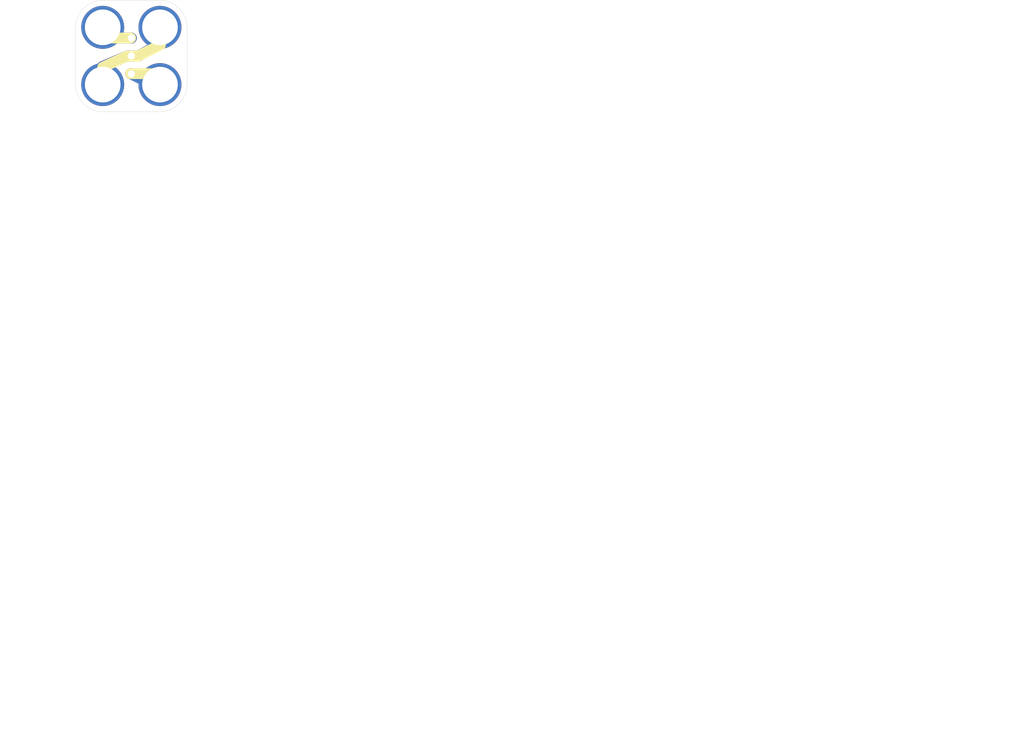
<source format=kicad_pcb>
(kicad_pcb (version 4) (host pcbnew 4.0.7-e2-6376~58~ubuntu16.04.1)

  (general
    (links 4)
    (no_connects 4)
    (area 2.159 45.836679 145.003759 150.368)
    (thickness 1.6)
    (drawings 1)
    (tracks 0)
    (zones 0)
    (modules 1)
    (nets 4)
  )

  (page USLetter)
  (title_block
    (title "2x2 Slide Switch (EG1218)")
    (date "18 Jan 2017")
    (rev v1.2)
    (company "All rights reserved.")
    (comment 1 help@browndoggadgets.com)
    (comment 2 http://browndoggadgets.com/)
    (comment 3 "Brown Dog Gadgets")
  )

  (layers
    (0 F.Cu signal)
    (31 B.Cu signal)
    (34 B.Paste user)
    (35 F.Paste user)
    (36 B.SilkS user)
    (37 F.SilkS user)
    (38 B.Mask user)
    (39 F.Mask user)
    (40 Dwgs.User user)
    (44 Edge.Cuts user)
    (46 B.CrtYd user)
    (47 F.CrtYd user)
    (48 B.Fab user)
    (49 F.Fab user)
  )

  (setup
    (last_trace_width 0.254)
    (user_trace_width 0.1524)
    (user_trace_width 0.254)
    (user_trace_width 0.3302)
    (user_trace_width 0.508)
    (user_trace_width 0.762)
    (user_trace_width 1.27)
    (trace_clearance 0.254)
    (zone_clearance 0.508)
    (zone_45_only no)
    (trace_min 0.1524)
    (segment_width 0.1524)
    (edge_width 0.1524)
    (via_size 0.6858)
    (via_drill 0.3302)
    (via_min_size 0.6858)
    (via_min_drill 0.3302)
    (user_via 0.6858 0.3302)
    (user_via 0.762 0.4064)
    (user_via 0.8636 0.508)
    (uvia_size 0.6858)
    (uvia_drill 0.3302)
    (uvias_allowed no)
    (uvia_min_size 0)
    (uvia_min_drill 0)
    (pcb_text_width 0.1524)
    (pcb_text_size 1.016 1.016)
    (mod_edge_width 0.1524)
    (mod_text_size 1.016 1.016)
    (mod_text_width 0.1524)
    (pad_size 1.524 1.524)
    (pad_drill 0.762)
    (pad_to_mask_clearance 0.0762)
    (solder_mask_min_width 0.1016)
    (pad_to_paste_clearance -0.0762)
    (aux_axis_origin 0 0)
    (visible_elements FFFEDF7D)
    (pcbplotparams
      (layerselection 0x310fc_80000001)
      (usegerberextensions true)
      (excludeedgelayer true)
      (linewidth 0.100000)
      (plotframeref false)
      (viasonmask false)
      (mode 1)
      (useauxorigin false)
      (hpglpennumber 1)
      (hpglpenspeed 20)
      (hpglpendiameter 15)
      (hpglpenoverlay 2)
      (psnegative false)
      (psa4output false)
      (plotreference true)
      (plotvalue true)
      (plotinvisibletext false)
      (padsonsilk false)
      (subtractmaskfromsilk false)
      (outputformat 1)
      (mirror false)
      (drillshape 0)
      (scaleselection 1)
      (outputdirectory gerbers))
  )

  (net 0 "")
  (net 1 /2)
  (net 2 /3)
  (net 3 /1)

  (net_class Default "This is the default net class."
    (clearance 0.254)
    (trace_width 0.254)
    (via_dia 0.6858)
    (via_drill 0.3302)
    (uvia_dia 0.6858)
    (uvia_drill 0.3302)
    (add_net /1)
    (add_net /2)
    (add_net /3)
  )

  (module Crazy_Circuits:SWITCH-SPDT-3PIN-2.5mmPITCH-TH-2x2 (layer F.Cu) (tedit 59D92775) (tstamp 587FEBE4)
    (at 16.51 57.911)
    (descr http://spec_sheets.e-switch.com/specs/P040040.pdf)
    (tags "SWITCH SPDT EG1218 2x3")
    (path /587FDCA1)
    (fp_text reference SW1 (at 3.99 -3.96) (layer F.Fab)
      (effects (font (size 1 1) (thickness 0.15)))
    )
    (fp_text value SPDT_Small (at 4.12 2.8) (layer F.Fab) hide
      (effects (font (size 1 1) (thickness 0.15)))
    )
    (fp_circle (center 7.988591 -8.001) (end 10.274591 -6.985) (layer F.Mask) (width 1.2))
    (fp_circle (center -0.031267 -8.001) (end 1.238733 -7.4676) (layer F.Fab) (width 0.2))
    (fp_text user 1 (at 8.0264 -0.1016) (layer F.Fab)
      (effects (font (size 1 1) (thickness 0.15)))
    )
    (fp_text user 2 (at 0 -0.0762) (layer F.Fab)
      (effects (font (size 1 1) (thickness 0.15)))
    )
    (fp_text user 3 (at -0.0254 -7.9756) (layer F.Fab)
      (effects (font (size 1 1) (thickness 0.15)))
    )
    (fp_text user 2 (at 8.001 -7.874) (layer F.Fab)
      (effects (font (size 1 1) (thickness 0.15)))
    )
    (fp_line (start 3.903 -6.5134) (end -0.0762 -6.5024) (layer F.Cu) (width 1.5))
    (fp_line (start 3.9538 -3.98) (end 4.9538 -3.98) (layer B.Cu) (width 1.5))
    (fp_line (start 4.9538 -3.98) (end 8.2042 -5.7912) (layer B.Cu) (width 1.5))
    (fp_line (start 7.9 -11.8) (end 0.1 -11.8) (layer Edge.Cuts) (width 0.04064))
    (fp_line (start 7.9 3.8) (end 0.1 3.8) (layer Edge.Cuts) (width 0.04064))
    (fp_line (start 11.8 -0.1) (end 11.8 -7.9) (layer Edge.Cuts) (width 0.04064))
    (fp_line (start -3.8 -0.1) (end -3.8 -7.9) (layer Edge.Cuts) (width 0.04064))
    (fp_arc (start 7.9 -7.9) (end 7.9 -11.8) (angle 90) (layer Edge.Cuts) (width 0.04064))
    (fp_arc (start 7.9 -0.1) (end 11.8 -0.1) (angle 90) (layer Edge.Cuts) (width 0.04064))
    (fp_arc (start 0.1 -0.1) (end 0.1 3.8) (angle 90) (layer Edge.Cuts) (width 0.04064))
    (fp_arc (start 0.1 -7.9) (end -3.8 -7.9) (angle 90) (layer Edge.Cuts) (width 0.04064))
    (fp_line (start 7.9 -11.8) (end 0.1 -11.8) (layer F.Fab) (width 0.04064))
    (fp_line (start 7.9 3.8) (end 0.1 3.8) (layer F.Fab) (width 0.04064))
    (fp_line (start 11.8 -0.1) (end 11.8 -7.9) (layer F.Fab) (width 0.04064))
    (fp_line (start -3.8 -0.1) (end -3.8 -7.9) (layer F.Fab) (width 0.04064))
    (fp_arc (start 7.9 -7.9) (end 7.9 -11.8) (angle 90) (layer F.Fab) (width 0.04064))
    (fp_arc (start 7.9 -0.1) (end 11.8 -0.1) (angle 90) (layer F.Fab) (width 0.04064))
    (fp_arc (start 0.1 -0.1) (end 0.1 3.8) (angle 90) (layer F.Fab) (width 0.04064))
    (fp_arc (start 0.1 -7.9) (end -3.8 -7.9) (angle 90) (layer F.Fab) (width 0.04064))
    (fp_line (start 4.9538 -3.98) (end 8.1788 -5.7658) (layer F.Cu) (width 1.5))
    (fp_line (start 3.9538 -3.98) (end 4.9538 -3.98) (layer F.Cu) (width 1.5))
    (fp_line (start 3.903 -6.5134) (end 0.1016 -6.5024) (layer F.SilkS) (width 1.5))
    (fp_line (start 3.9116 -6.5024) (end -0.127 -6.5278) (layer B.Cu) (width 1.5))
    (fp_line (start 4.9538 -3.98) (end 8.0772 -5.5626) (layer F.SilkS) (width 1.5))
    (fp_line (start 3.9538 -3.98) (end 4.9538 -3.98) (layer F.SilkS) (width 1.5))
    (fp_line (start 3.3774 -3.9702) (end -0.0254 -2.54) (layer F.Cu) (width 1.5))
    (fp_line (start 3.3774 -3.9702) (end 0 -2.413) (layer F.SilkS) (width 1.5))
    (fp_line (start 3.3774 -3.9702) (end -0.0508 -2.5146) (layer B.Cu) (width 1.5))
    (fp_line (start 4.3774 -3.9702) (end 3.3774 -3.9702) (layer B.Cu) (width 1.5))
    (fp_line (start 4.3774 -3.9702) (end 3.3774 -3.9702) (layer F.SilkS) (width 1.5))
    (fp_line (start 4.3774 -3.9702) (end 3.3774 -3.9702) (layer F.Cu) (width 1.5))
    (fp_line (start 7.8908 0.4716) (end 3.8908 -1.5284) (layer F.Cu) (width 1.5))
    (fp_line (start 8.2296 -1.524) (end 3.8908 -1.5284) (layer F.SilkS) (width 1.5))
    (fp_line (start 7.8994 0.4826) (end 3.8994 -1.5174) (layer B.Cu) (width 1.5))
    (fp_circle (center 8.045933 -7.9248) (end 9.315933 -7.3914) (layer F.Fab) (width 0.2))
    (fp_circle (center -0.005867 0) (end 1.264133 0.5334) (layer F.Fab) (width 0.2))
    (fp_circle (center 7.969733 0) (end 9.239733 0.5334) (layer F.Fab) (width 0.2))
    (fp_circle (center 7.988591 0) (end 10.274591 1.016) (layer F.Mask) (width 1.2))
    (fp_circle (center -0.025109 0) (end 2.260891 1.016) (layer F.Mask) (width 1.2))
    (fp_circle (center -0.025109 -8.001) (end 2.260891 -6.985) (layer F.Mask) (width 1.2))
    (pad 2 thru_hole circle (at 8 -8) (size 6 6) (drill 4.98) (layers *.Cu B.Mask)
      (net 1 /2))
    (pad 2 thru_hole circle (at 4 -3.9986 270) (size 1.524 1.524) (drill 1) (layers *.Cu *.Mask)
      (net 1 /2))
    (pad 3 thru_hole circle (at 4 -6.4986 270) (size 1.524 1.524) (drill 1) (layers *.Cu *.Mask)
      (net 2 /3))
    (pad 1 thru_hole circle (at 4 -1.4986 270) (size 1.524 1.524) (drill 1) (layers *.Cu *.Mask)
      (net 3 /1))
    (pad 1 thru_hole circle (at 8 0) (size 6 6) (drill 4.98) (layers *.Cu B.Mask)
      (net 3 /1))
    (pad 3 thru_hole circle (at 0 -8) (size 6 6) (drill 4.98) (layers *.Cu B.Mask)
      (net 2 /3))
    (pad 2 thru_hole circle (at 0 0) (size 6 6) (drill 4.98) (layers *.Cu B.Mask)
      (net 1 /2))
  )

  (gr_text "FABRICATION NOTES\n\n1. THIS IS A 2 LAYER BOARD. \n2. EXTERNAL LAYERS SHALL HAVE 1 OZ COPPER.\n3. MATERIAL: FR4 AND 0.062 INCH +/- 10% THICK.\n4. BOARDS SHALL BE ROHS COMPLIANT. \n5. MANUFACTURE IN ACCORDANCE WITH IPC-6012 CLASS 2\n6. MASK: BOTH SIDES OF THE BOARD SHALL HAVE \n   SOLDER MASK (RED) OVER BARE COPPER. \n7. SILK: BOTH SIDES OF THE BOARD SHALL HAVE WHITE SILK. \n   DO NOT PLACE SILK OVER BARE COPPER.\n8. FINISH: ENIG.\n9. MINIMUM TRACE WIDTH - 0.006 INCH.\n   MINIMUM SPACE - 0.006 INCH.\n   MINIMUM HOLE DIA - 0.013 INCH. \n10. MAX HOLE PLACEMENT TOLERANCE OF +/- 0.003 INCH.\n11. MAX HOLE DIAMETER TOLERANCE OF +/- 0.003 INCH AFTER PLATING." (at 2.159 115.697) (layer Dwgs.User)
    (effects (font (size 2.54 2.54) (thickness 0.254)) (justify left))
  )

)

</source>
